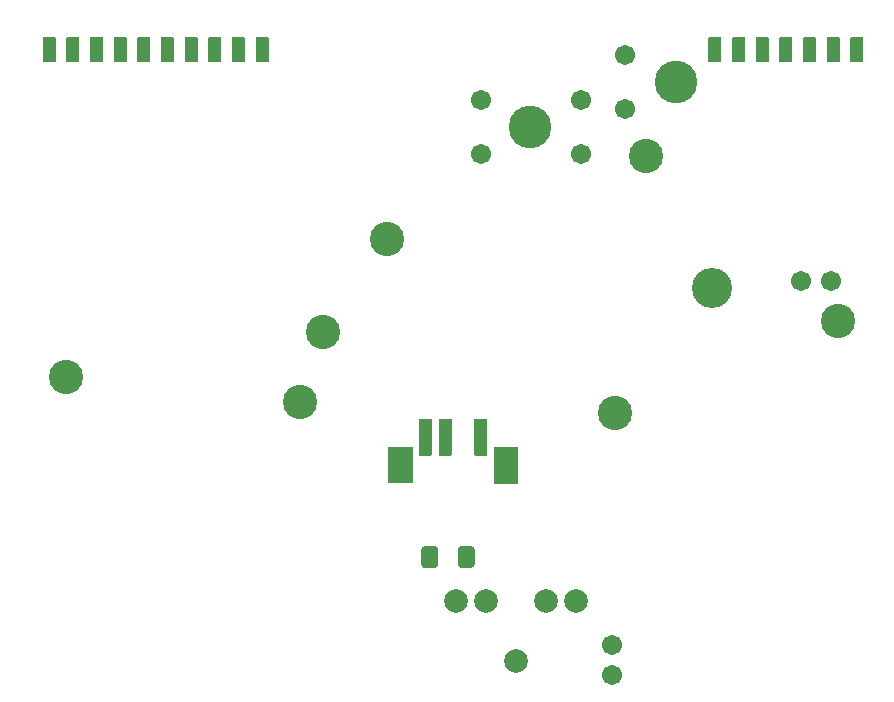
<source format=gbr>
G04 #@! TF.GenerationSoftware,KiCad,Pcbnew,5.1.9+dfsg1-1*
G04 #@! TF.CreationDate,2021-11-24T09:04:40+00:00*
G04 #@! TF.ProjectId,gbc_retrozero_buttons_led,6762635f-7265-4747-926f-7a65726f5f62,rev?*
G04 #@! TF.SameCoordinates,Original*
G04 #@! TF.FileFunction,Soldermask,Bot*
G04 #@! TF.FilePolarity,Negative*
%FSLAX46Y46*%
G04 Gerber Fmt 4.6, Leading zero omitted, Abs format (unit mm)*
G04 Created by KiCad (PCBNEW 5.1.9+dfsg1-1) date 2021-11-24 09:04:40*
%MOMM*%
%LPD*%
G01*
G04 APERTURE LIST*
%ADD10C,2.902000*%
%ADD11C,3.402000*%
%ADD12C,2.002000*%
%ADD13C,1.702000*%
%ADD14C,3.602000*%
G04 APERTURE END LIST*
D10*
X222917300Y-91088460D03*
X241840300Y-83341460D03*
X225584300Y-69371460D03*
X203613300Y-76356460D03*
X198215800Y-84230460D03*
X176435300Y-88040460D03*
D11*
X231185000Y-80550000D03*
D10*
X196260000Y-90202000D03*
D12*
X214578480Y-112132360D03*
X212038480Y-107052360D03*
X209498480Y-107052360D03*
X217118480Y-107052360D03*
X219658480Y-107052360D03*
D13*
X238709200Y-79959200D03*
X241249200Y-79959200D03*
X211582000Y-69215000D03*
X211582000Y-64643000D03*
X220091000Y-69215000D03*
X220091000Y-64643000D03*
D14*
X215773000Y-66929000D03*
D13*
X223774000Y-60833000D03*
X223774000Y-65405000D03*
D14*
X228092000Y-63119000D03*
G36*
G01*
X180483720Y-61370000D02*
X180483720Y-59370000D01*
G75*
G02*
X180534720Y-59319000I51000J0D01*
G01*
X181534720Y-59319000D01*
G75*
G02*
X181585720Y-59370000I0J-51000D01*
G01*
X181585720Y-61370000D01*
G75*
G02*
X181534720Y-61421000I-51000J0D01*
G01*
X180534720Y-61421000D01*
G75*
G02*
X180483720Y-61370000I0J51000D01*
G01*
G37*
G36*
G01*
X182485240Y-61370000D02*
X182485240Y-59370000D01*
G75*
G02*
X182536240Y-59319000I51000J0D01*
G01*
X183536240Y-59319000D01*
G75*
G02*
X183587240Y-59370000I0J-51000D01*
G01*
X183587240Y-61370000D01*
G75*
G02*
X183536240Y-61421000I-51000J0D01*
G01*
X182536240Y-61421000D01*
G75*
G02*
X182485240Y-61370000I0J51000D01*
G01*
G37*
G36*
G01*
X184486760Y-61370000D02*
X184486760Y-59370000D01*
G75*
G02*
X184537760Y-59319000I51000J0D01*
G01*
X185537760Y-59319000D01*
G75*
G02*
X185588760Y-59370000I0J-51000D01*
G01*
X185588760Y-61370000D01*
G75*
G02*
X185537760Y-61421000I-51000J0D01*
G01*
X184537760Y-61421000D01*
G75*
G02*
X184486760Y-61370000I0J51000D01*
G01*
G37*
G36*
G01*
X186493360Y-61370000D02*
X186493360Y-59370000D01*
G75*
G02*
X186544360Y-59319000I51000J0D01*
G01*
X187544360Y-59319000D01*
G75*
G02*
X187595360Y-59370000I0J-51000D01*
G01*
X187595360Y-61370000D01*
G75*
G02*
X187544360Y-61421000I-51000J0D01*
G01*
X186544360Y-61421000D01*
G75*
G02*
X186493360Y-61370000I0J51000D01*
G01*
G37*
G36*
G01*
X188494880Y-61370000D02*
X188494880Y-59370000D01*
G75*
G02*
X188545880Y-59319000I51000J0D01*
G01*
X189545880Y-59319000D01*
G75*
G02*
X189596880Y-59370000I0J-51000D01*
G01*
X189596880Y-61370000D01*
G75*
G02*
X189545880Y-61421000I-51000J0D01*
G01*
X188545880Y-61421000D01*
G75*
G02*
X188494880Y-61370000I0J51000D01*
G01*
G37*
G36*
G01*
X178482200Y-61370000D02*
X178482200Y-59370000D01*
G75*
G02*
X178533200Y-59319000I51000J0D01*
G01*
X179533200Y-59319000D01*
G75*
G02*
X179584200Y-59370000I0J-51000D01*
G01*
X179584200Y-61370000D01*
G75*
G02*
X179533200Y-61421000I-51000J0D01*
G01*
X178533200Y-61421000D01*
G75*
G02*
X178482200Y-61370000I0J51000D01*
G01*
G37*
G36*
G01*
X190496400Y-61370000D02*
X190496400Y-59370000D01*
G75*
G02*
X190547400Y-59319000I51000J0D01*
G01*
X191547400Y-59319000D01*
G75*
G02*
X191598400Y-59370000I0J-51000D01*
G01*
X191598400Y-61370000D01*
G75*
G02*
X191547400Y-61421000I-51000J0D01*
G01*
X190547400Y-61421000D01*
G75*
G02*
X190496400Y-61370000I0J51000D01*
G01*
G37*
G36*
G01*
X192497920Y-61370000D02*
X192497920Y-59370000D01*
G75*
G02*
X192548920Y-59319000I51000J0D01*
G01*
X193548920Y-59319000D01*
G75*
G02*
X193599920Y-59370000I0J-51000D01*
G01*
X193599920Y-61370000D01*
G75*
G02*
X193548920Y-61421000I-51000J0D01*
G01*
X192548920Y-61421000D01*
G75*
G02*
X192497920Y-61370000I0J51000D01*
G01*
G37*
G36*
G01*
X176475600Y-61370000D02*
X176475600Y-59370000D01*
G75*
G02*
X176526600Y-59319000I51000J0D01*
G01*
X177526600Y-59319000D01*
G75*
G02*
X177577600Y-59370000I0J-51000D01*
G01*
X177577600Y-61370000D01*
G75*
G02*
X177526600Y-61421000I-51000J0D01*
G01*
X176526600Y-61421000D01*
G75*
G02*
X176475600Y-61370000I0J51000D01*
G01*
G37*
G36*
G01*
X174469000Y-61370000D02*
X174469000Y-59370000D01*
G75*
G02*
X174520000Y-59319000I51000J0D01*
G01*
X175520000Y-59319000D01*
G75*
G02*
X175571000Y-59370000I0J-51000D01*
G01*
X175571000Y-61370000D01*
G75*
G02*
X175520000Y-61421000I-51000J0D01*
G01*
X174520000Y-61421000D01*
G75*
G02*
X174469000Y-61370000I0J51000D01*
G01*
G37*
D13*
X222656400Y-113322100D03*
X222656400Y-110782100D03*
G36*
G01*
X234851120Y-61375800D02*
X234851120Y-59375800D01*
G75*
G02*
X234902120Y-59324800I51000J0D01*
G01*
X235902120Y-59324800D01*
G75*
G02*
X235953120Y-59375800I0J-51000D01*
G01*
X235953120Y-61375800D01*
G75*
G02*
X235902120Y-61426800I-51000J0D01*
G01*
X234902120Y-61426800D01*
G75*
G02*
X234851120Y-61375800I0J51000D01*
G01*
G37*
G36*
G01*
X236852640Y-61375800D02*
X236852640Y-59375800D01*
G75*
G02*
X236903640Y-59324800I51000J0D01*
G01*
X237903640Y-59324800D01*
G75*
G02*
X237954640Y-59375800I0J-51000D01*
G01*
X237954640Y-61375800D01*
G75*
G02*
X237903640Y-61426800I-51000J0D01*
G01*
X236903640Y-61426800D01*
G75*
G02*
X236852640Y-61375800I0J51000D01*
G01*
G37*
G36*
G01*
X238854160Y-61375800D02*
X238854160Y-59375800D01*
G75*
G02*
X238905160Y-59324800I51000J0D01*
G01*
X239905160Y-59324800D01*
G75*
G02*
X239956160Y-59375800I0J-51000D01*
G01*
X239956160Y-61375800D01*
G75*
G02*
X239905160Y-61426800I-51000J0D01*
G01*
X238905160Y-61426800D01*
G75*
G02*
X238854160Y-61375800I0J51000D01*
G01*
G37*
G36*
G01*
X240855680Y-61375800D02*
X240855680Y-59375800D01*
G75*
G02*
X240906680Y-59324800I51000J0D01*
G01*
X241906680Y-59324800D01*
G75*
G02*
X241957680Y-59375800I0J-51000D01*
G01*
X241957680Y-61375800D01*
G75*
G02*
X241906680Y-61426800I-51000J0D01*
G01*
X240906680Y-61426800D01*
G75*
G02*
X240855680Y-61375800I0J51000D01*
G01*
G37*
G36*
G01*
X242857200Y-61375800D02*
X242857200Y-59375800D01*
G75*
G02*
X242908200Y-59324800I51000J0D01*
G01*
X243908200Y-59324800D01*
G75*
G02*
X243959200Y-59375800I0J-51000D01*
G01*
X243959200Y-61375800D01*
G75*
G02*
X243908200Y-61426800I-51000J0D01*
G01*
X242908200Y-61426800D01*
G75*
G02*
X242857200Y-61375800I0J51000D01*
G01*
G37*
G36*
G01*
X232849600Y-61375800D02*
X232849600Y-59375800D01*
G75*
G02*
X232900600Y-59324800I51000J0D01*
G01*
X233900600Y-59324800D01*
G75*
G02*
X233951600Y-59375800I0J-51000D01*
G01*
X233951600Y-61375800D01*
G75*
G02*
X233900600Y-61426800I-51000J0D01*
G01*
X232900600Y-61426800D01*
G75*
G02*
X232849600Y-61375800I0J51000D01*
G01*
G37*
G36*
G01*
X230843000Y-61375800D02*
X230843000Y-59375800D01*
G75*
G02*
X230894000Y-59324800I51000J0D01*
G01*
X231894000Y-59324800D01*
G75*
G02*
X231945000Y-59375800I0J-51000D01*
G01*
X231945000Y-61375800D01*
G75*
G02*
X231894000Y-61426800I-51000J0D01*
G01*
X230894000Y-61426800D01*
G75*
G02*
X230843000Y-61375800I0J51000D01*
G01*
G37*
G36*
G01*
X211038400Y-102660654D02*
X211038400Y-103973426D01*
G75*
G02*
X210768786Y-104243040I-269614J0D01*
G01*
X209906014Y-104243040D01*
G75*
G02*
X209636400Y-103973426I0J269614D01*
G01*
X209636400Y-102660654D01*
G75*
G02*
X209906014Y-102391040I269614J0D01*
G01*
X210768786Y-102391040D01*
G75*
G02*
X211038400Y-102660654I0J-269614D01*
G01*
G37*
G36*
G01*
X207938400Y-102660654D02*
X207938400Y-103973426D01*
G75*
G02*
X207668786Y-104243040I-269614J0D01*
G01*
X206806014Y-104243040D01*
G75*
G02*
X206536400Y-103973426I0J269614D01*
G01*
X206536400Y-102660654D01*
G75*
G02*
X206806014Y-102391040I269614J0D01*
G01*
X207668786Y-102391040D01*
G75*
G02*
X207938400Y-102660654I0J-269614D01*
G01*
G37*
G36*
G01*
X212122840Y-91669740D02*
X212122840Y-94669740D01*
G75*
G02*
X212071840Y-94720740I-51000J0D01*
G01*
X211071840Y-94720740D01*
G75*
G02*
X211020840Y-94669740I0J51000D01*
G01*
X211020840Y-91669740D01*
G75*
G02*
X211071840Y-91618740I51000J0D01*
G01*
X212071840Y-91618740D01*
G75*
G02*
X212122840Y-91669740I0J-51000D01*
G01*
G37*
G36*
G01*
X207411140Y-91669740D02*
X207411140Y-94669740D01*
G75*
G02*
X207360140Y-94720740I-51000J0D01*
G01*
X206360140Y-94720740D01*
G75*
G02*
X206309140Y-94669740I0J51000D01*
G01*
X206309140Y-91669740D01*
G75*
G02*
X206360140Y-91618740I51000J0D01*
G01*
X207360140Y-91618740D01*
G75*
G02*
X207411140Y-91669740I0J-51000D01*
G01*
G37*
G36*
G01*
X209112940Y-91669740D02*
X209112940Y-94669740D01*
G75*
G02*
X209061940Y-94720740I-51000J0D01*
G01*
X208061940Y-94720740D01*
G75*
G02*
X208010940Y-94669740I0J51000D01*
G01*
X208010940Y-91669740D01*
G75*
G02*
X208061940Y-91618740I51000J0D01*
G01*
X209061940Y-91618740D01*
G75*
G02*
X209112940Y-91669740I0J-51000D01*
G01*
G37*
G36*
G01*
X214705440Y-97100720D02*
X212705440Y-97100720D01*
G75*
G02*
X212654440Y-97049720I0J51000D01*
G01*
X212654440Y-94049720D01*
G75*
G02*
X212705440Y-93998720I51000J0D01*
G01*
X214705440Y-93998720D01*
G75*
G02*
X214756440Y-94049720I0J-51000D01*
G01*
X214756440Y-97049720D01*
G75*
G02*
X214705440Y-97100720I-51000J0D01*
G01*
G37*
G36*
G01*
X205739240Y-97070240D02*
X203739240Y-97070240D01*
G75*
G02*
X203688240Y-97019240I0J51000D01*
G01*
X203688240Y-94019240D01*
G75*
G02*
X203739240Y-93968240I51000J0D01*
G01*
X205739240Y-93968240D01*
G75*
G02*
X205790240Y-94019240I0J-51000D01*
G01*
X205790240Y-97019240D01*
G75*
G02*
X205739240Y-97070240I-51000J0D01*
G01*
G37*
M02*

</source>
